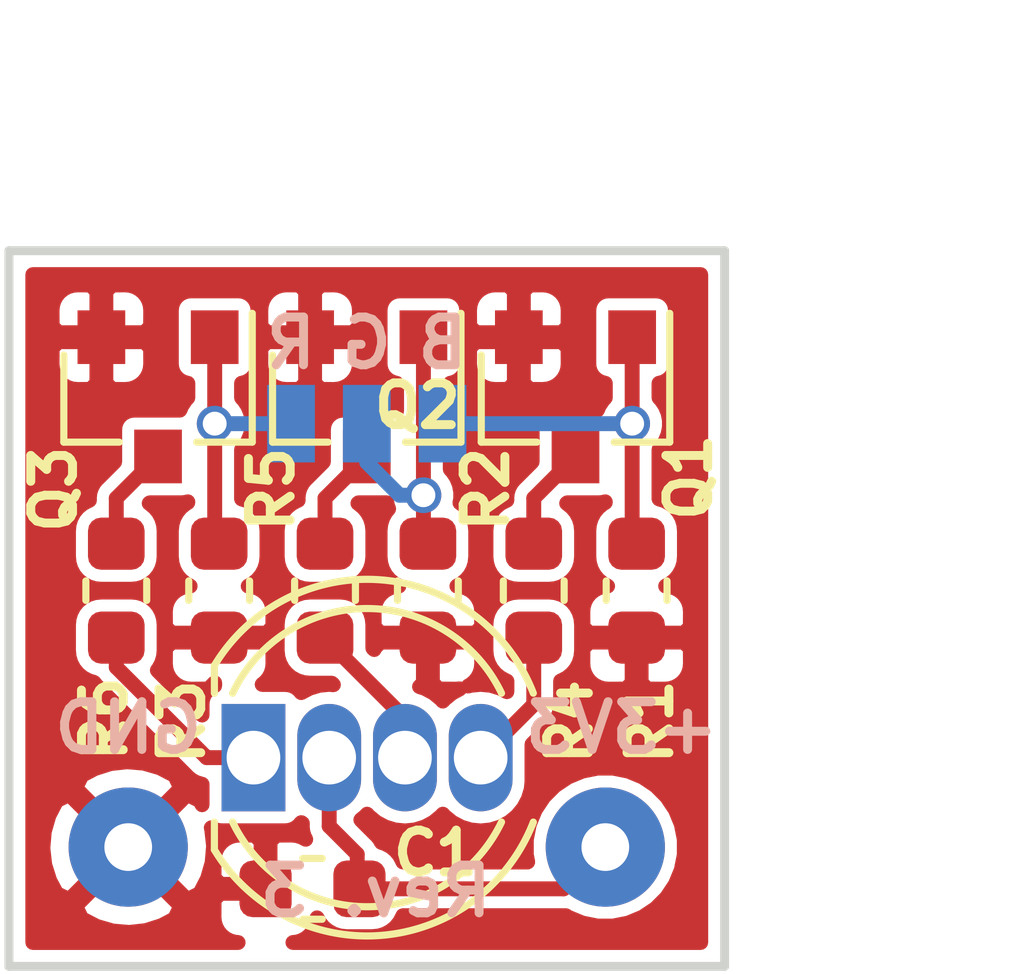
<source format=kicad_pcb>
(kicad_pcb (version 20171130) (host pcbnew "(5.1.5)-3")

  (general
    (thickness 1.6)
    (drawings 12)
    (tracks 37)
    (zones 0)
    (modules 16)
    (nets 12)
  )

  (page A4)
  (layers
    (0 F.Cu signal)
    (31 B.Cu signal)
    (32 B.Adhes user hide)
    (33 F.Adhes user hide)
    (34 B.Paste user hide)
    (35 F.Paste user)
    (36 B.SilkS user)
    (37 F.SilkS user)
    (38 B.Mask user hide)
    (39 F.Mask user)
    (40 Dwgs.User user)
    (41 Cmts.User user)
    (42 Eco1.User user)
    (43 Eco2.User user)
    (44 Edge.Cuts user)
    (45 Margin user)
    (46 B.CrtYd user hide)
    (47 F.CrtYd user)
    (48 B.Fab user hide)
    (49 F.Fab user hide)
  )

  (setup
    (last_trace_width 0.25)
    (user_trace_width 0.2)
    (user_trace_width 0.4)
    (user_trace_width 0.8)
    (trace_clearance 0.2)
    (zone_clearance 0.508)
    (zone_45_only no)
    (trace_min 0.2)
    (via_size 0.6)
    (via_drill 0.4)
    (via_min_size 0.4)
    (via_min_drill 0.3)
    (uvia_size 0.3)
    (uvia_drill 0.1)
    (uvias_allowed no)
    (uvia_min_size 0.2)
    (uvia_min_drill 0.1)
    (edge_width 0.15)
    (segment_width 0.2)
    (pcb_text_width 0.3)
    (pcb_text_size 1.5 1.5)
    (mod_edge_width 0.15)
    (mod_text_size 0.8 0.8)
    (mod_text_width 0.15)
    (pad_size 1.5 3)
    (pad_drill 0)
    (pad_to_mask_clearance 0.15)
    (solder_mask_min_width 0.3)
    (aux_axis_origin 0 0)
    (visible_elements 7FFFFFFF)
    (pcbplotparams
      (layerselection 0x010f0_ffffffff)
      (usegerberextensions false)
      (usegerberattributes false)
      (usegerberadvancedattributes false)
      (creategerberjobfile false)
      (excludeedgelayer true)
      (linewidth 0.100000)
      (plotframeref false)
      (viasonmask false)
      (mode 1)
      (useauxorigin false)
      (hpglpennumber 1)
      (hpglpenspeed 20)
      (hpglpendiameter 15.000000)
      (psnegative false)
      (psa4output false)
      (plotreference true)
      (plotvalue false)
      (plotinvisibletext false)
      (padsonsilk false)
      (subtractmaskfromsilk false)
      (outputformat 1)
      (mirror false)
      (drillshape 0)
      (scaleselection 1)
      (outputdirectory "gerber"))
  )

  (net 0 "")
  (net 1 +3V3)
  (net 2 GND)
  (net 3 /RED_D)
  (net 4 /GREEN_D)
  (net 5 /BLUE_D)
  (net 6 /RED)
  (net 7 /GREEN)
  (net 8 /BLUE)
  (net 9 /BLUE_K)
  (net 10 /GREEN_K)
  (net 11 /RED_K)

  (net_class Default "Dies ist die voreingestellte Netzklasse."
    (clearance 0.2)
    (trace_width 0.25)
    (via_dia 0.6)
    (via_drill 0.4)
    (uvia_dia 0.3)
    (uvia_drill 0.1)
    (add_net +3V3)
    (add_net /BLUE)
    (add_net /BLUE_D)
    (add_net /BLUE_K)
    (add_net /GREEN)
    (add_net /GREEN_D)
    (add_net /GREEN_K)
    (add_net /RED)
    (add_net /RED_D)
    (add_net /RED_K)
    (add_net GND)
  )

  (module Resistor_SMD:R_0603_1608Metric (layer F.Cu) (tedit 5B301BBD) (tstamp 5BE83F7A)
    (at 95.8 93.7 90)
    (descr "Resistor SMD 0603 (1608 Metric), square (rectangular) end terminal, IPC_7351 nominal, (Body size source: http://www.tortai-tech.com/upload/download/2011102023233369053.pdf), generated with kicad-footprint-generator")
    (tags resistor)
    (path /5915D248)
    (attr smd)
    (fp_text reference R6 (at -2.15 -0.2 90) (layer F.SilkS)
      (effects (font (size 0.7 0.7) (thickness 0.15)))
    )
    (fp_text value 82 (at 0 1.43 90) (layer F.Fab)
      (effects (font (size 1 1) (thickness 0.15)))
    )
    (fp_line (start -0.8 0.4) (end -0.8 -0.4) (layer F.Fab) (width 0.1))
    (fp_line (start -0.8 -0.4) (end 0.8 -0.4) (layer F.Fab) (width 0.1))
    (fp_line (start 0.8 -0.4) (end 0.8 0.4) (layer F.Fab) (width 0.1))
    (fp_line (start 0.8 0.4) (end -0.8 0.4) (layer F.Fab) (width 0.1))
    (fp_line (start -0.162779 -0.51) (end 0.162779 -0.51) (layer F.SilkS) (width 0.12))
    (fp_line (start -0.162779 0.51) (end 0.162779 0.51) (layer F.SilkS) (width 0.12))
    (fp_line (start -1.48 0.73) (end -1.48 -0.73) (layer F.CrtYd) (width 0.05))
    (fp_line (start -1.48 -0.73) (end 1.48 -0.73) (layer F.CrtYd) (width 0.05))
    (fp_line (start 1.48 -0.73) (end 1.48 0.73) (layer F.CrtYd) (width 0.05))
    (fp_line (start 1.48 0.73) (end -1.48 0.73) (layer F.CrtYd) (width 0.05))
    (fp_text user %R (at 0 0 90) (layer F.Fab)
      (effects (font (size 0.7 0.7) (thickness 0.06)))
    )
    (pad 1 smd roundrect (at -0.7875 0 90) (size 0.875 0.95) (layers F.Cu F.Paste F.Mask) (roundrect_rratio 0.25)
      (net 11 /RED_K))
    (pad 2 smd roundrect (at 0.7875 0 90) (size 0.875 0.95) (layers F.Cu F.Paste F.Mask) (roundrect_rratio 0.25)
      (net 3 /RED_D))
    (model ${KISYS3DMOD}/Resistor_SMD.3dshapes/R_0603_1608Metric.wrl
      (at (xyz 0 0 0))
      (scale (xyz 1 1 1))
      (rotate (xyz 0 0 0))
    )
  )

  (module Resistor_SMD:R_0603_1608Metric (layer F.Cu) (tedit 5B301BBD) (tstamp 5BE83A3C)
    (at 99.3 93.7 90)
    (descr "Resistor SMD 0603 (1608 Metric), square (rectangular) end terminal, IPC_7351 nominal, (Body size source: http://www.tortai-tech.com/upload/download/2011102023233369053.pdf), generated with kicad-footprint-generator")
    (tags resistor)
    (path /5915D3CE)
    (attr smd)
    (fp_text reference R5 (at 1.7 -0.9 90) (layer F.SilkS)
      (effects (font (size 0.7 0.7) (thickness 0.15)))
    )
    (fp_text value 56 (at 0 1.43 90) (layer F.Fab)
      (effects (font (size 1 1) (thickness 0.15)))
    )
    (fp_line (start -0.8 0.4) (end -0.8 -0.4) (layer F.Fab) (width 0.1))
    (fp_line (start -0.8 -0.4) (end 0.8 -0.4) (layer F.Fab) (width 0.1))
    (fp_line (start 0.8 -0.4) (end 0.8 0.4) (layer F.Fab) (width 0.1))
    (fp_line (start 0.8 0.4) (end -0.8 0.4) (layer F.Fab) (width 0.1))
    (fp_line (start -0.162779 -0.51) (end 0.162779 -0.51) (layer F.SilkS) (width 0.12))
    (fp_line (start -0.162779 0.51) (end 0.162779 0.51) (layer F.SilkS) (width 0.12))
    (fp_line (start -1.48 0.73) (end -1.48 -0.73) (layer F.CrtYd) (width 0.05))
    (fp_line (start -1.48 -0.73) (end 1.48 -0.73) (layer F.CrtYd) (width 0.05))
    (fp_line (start 1.48 -0.73) (end 1.48 0.73) (layer F.CrtYd) (width 0.05))
    (fp_line (start 1.48 0.73) (end -1.48 0.73) (layer F.CrtYd) (width 0.05))
    (fp_text user %R (at 0 0 90) (layer F.Fab)
      (effects (font (size 0.7 0.7) (thickness 0.06)))
    )
    (pad 1 smd roundrect (at -0.7875 0 90) (size 0.875 0.95) (layers F.Cu F.Paste F.Mask) (roundrect_rratio 0.25)
      (net 10 /GREEN_K))
    (pad 2 smd roundrect (at 0.7875 0 90) (size 0.875 0.95) (layers F.Cu F.Paste F.Mask) (roundrect_rratio 0.25)
      (net 4 /GREEN_D))
    (model ${KISYS3DMOD}/Resistor_SMD.3dshapes/R_0603_1608Metric.wrl
      (at (xyz 0 0 0))
      (scale (xyz 1 1 1))
      (rotate (xyz 0 0 0))
    )
  )

  (module Resistor_SMD:R_0603_1608Metric (layer F.Cu) (tedit 5B301BBD) (tstamp 5915DA48)
    (at 102.8 93.7 90)
    (descr "Resistor SMD 0603 (1608 Metric), square (rectangular) end terminal, IPC_7351 nominal, (Body size source: http://www.tortai-tech.com/upload/download/2011102023233369053.pdf), generated with kicad-footprint-generator")
    (tags resistor)
    (path /5915D3ED)
    (attr smd)
    (fp_text reference R4 (at -2.2 0.6 90) (layer F.SilkS)
      (effects (font (size 0.7 0.7) (thickness 0.15)))
    )
    (fp_text value 27 (at 0 1.43 90) (layer F.Fab)
      (effects (font (size 1 1) (thickness 0.15)))
    )
    (fp_line (start -0.8 0.4) (end -0.8 -0.4) (layer F.Fab) (width 0.1))
    (fp_line (start -0.8 -0.4) (end 0.8 -0.4) (layer F.Fab) (width 0.1))
    (fp_line (start 0.8 -0.4) (end 0.8 0.4) (layer F.Fab) (width 0.1))
    (fp_line (start 0.8 0.4) (end -0.8 0.4) (layer F.Fab) (width 0.1))
    (fp_line (start -0.162779 -0.51) (end 0.162779 -0.51) (layer F.SilkS) (width 0.12))
    (fp_line (start -0.162779 0.51) (end 0.162779 0.51) (layer F.SilkS) (width 0.12))
    (fp_line (start -1.48 0.73) (end -1.48 -0.73) (layer F.CrtYd) (width 0.05))
    (fp_line (start -1.48 -0.73) (end 1.48 -0.73) (layer F.CrtYd) (width 0.05))
    (fp_line (start 1.48 -0.73) (end 1.48 0.73) (layer F.CrtYd) (width 0.05))
    (fp_line (start 1.48 0.73) (end -1.48 0.73) (layer F.CrtYd) (width 0.05))
    (fp_text user %R (at 0 0 90) (layer F.Fab)
      (effects (font (size 0.7 0.7) (thickness 0.06)))
    )
    (pad 1 smd roundrect (at -0.7875 0 90) (size 0.875 0.95) (layers F.Cu F.Paste F.Mask) (roundrect_rratio 0.25)
      (net 9 /BLUE_K))
    (pad 2 smd roundrect (at 0.7875 0 90) (size 0.875 0.95) (layers F.Cu F.Paste F.Mask) (roundrect_rratio 0.25)
      (net 5 /BLUE_D))
    (model ${KISYS3DMOD}/Resistor_SMD.3dshapes/R_0603_1608Metric.wrl
      (at (xyz 0 0 0))
      (scale (xyz 1 1 1))
      (rotate (xyz 0 0 0))
    )
  )

  (module Resistor_SMD:R_0603_1608Metric (layer F.Cu) (tedit 5B301BBD) (tstamp 5915DA37)
    (at 97.525 93.7 270)
    (descr "Resistor SMD 0603 (1608 Metric), square (rectangular) end terminal, IPC_7351 nominal, (Body size source: http://www.tortai-tech.com/upload/download/2011102023233369053.pdf), generated with kicad-footprint-generator")
    (tags resistor)
    (path /5915DD0F)
    (attr smd)
    (fp_text reference R3 (at 2.2 0.625 90) (layer F.SilkS)
      (effects (font (size 0.7 0.7) (thickness 0.15)))
    )
    (fp_text value 10k (at 0 1.43 90) (layer F.Fab)
      (effects (font (size 1 1) (thickness 0.15)))
    )
    (fp_line (start -0.8 0.4) (end -0.8 -0.4) (layer F.Fab) (width 0.1))
    (fp_line (start -0.8 -0.4) (end 0.8 -0.4) (layer F.Fab) (width 0.1))
    (fp_line (start 0.8 -0.4) (end 0.8 0.4) (layer F.Fab) (width 0.1))
    (fp_line (start 0.8 0.4) (end -0.8 0.4) (layer F.Fab) (width 0.1))
    (fp_line (start -0.162779 -0.51) (end 0.162779 -0.51) (layer F.SilkS) (width 0.12))
    (fp_line (start -0.162779 0.51) (end 0.162779 0.51) (layer F.SilkS) (width 0.12))
    (fp_line (start -1.48 0.73) (end -1.48 -0.73) (layer F.CrtYd) (width 0.05))
    (fp_line (start -1.48 -0.73) (end 1.48 -0.73) (layer F.CrtYd) (width 0.05))
    (fp_line (start 1.48 -0.73) (end 1.48 0.73) (layer F.CrtYd) (width 0.05))
    (fp_line (start 1.48 0.73) (end -1.48 0.73) (layer F.CrtYd) (width 0.05))
    (fp_text user %R (at 0 0 90) (layer F.Fab)
      (effects (font (size 0.7 0.7) (thickness 0.06)))
    )
    (pad 1 smd roundrect (at -0.7875 0 270) (size 0.875 0.95) (layers F.Cu F.Paste F.Mask) (roundrect_rratio 0.25)
      (net 6 /RED))
    (pad 2 smd roundrect (at 0.7875 0 270) (size 0.875 0.95) (layers F.Cu F.Paste F.Mask) (roundrect_rratio 0.25)
      (net 2 GND))
    (model ${KISYS3DMOD}/Resistor_SMD.3dshapes/R_0603_1608Metric.wrl
      (at (xyz 0 0 0))
      (scale (xyz 1 1 1))
      (rotate (xyz 0 0 0))
    )
  )

  (module Resistor_SMD:R_0603_1608Metric (layer F.Cu) (tedit 5B301BBD) (tstamp 5915DA26)
    (at 101.025 93.7 270)
    (descr "Resistor SMD 0603 (1608 Metric), square (rectangular) end terminal, IPC_7351 nominal, (Body size source: http://www.tortai-tech.com/upload/download/2011102023233369053.pdf), generated with kicad-footprint-generator")
    (tags resistor)
    (path /5915DE5F)
    (attr smd)
    (fp_text reference R2 (at -1.7 -0.975 90) (layer F.SilkS)
      (effects (font (size 0.7 0.7) (thickness 0.15)))
    )
    (fp_text value 10k (at 0 1.43 90) (layer F.Fab)
      (effects (font (size 1 1) (thickness 0.15)))
    )
    (fp_line (start -0.8 0.4) (end -0.8 -0.4) (layer F.Fab) (width 0.1))
    (fp_line (start -0.8 -0.4) (end 0.8 -0.4) (layer F.Fab) (width 0.1))
    (fp_line (start 0.8 -0.4) (end 0.8 0.4) (layer F.Fab) (width 0.1))
    (fp_line (start 0.8 0.4) (end -0.8 0.4) (layer F.Fab) (width 0.1))
    (fp_line (start -0.162779 -0.51) (end 0.162779 -0.51) (layer F.SilkS) (width 0.12))
    (fp_line (start -0.162779 0.51) (end 0.162779 0.51) (layer F.SilkS) (width 0.12))
    (fp_line (start -1.48 0.73) (end -1.48 -0.73) (layer F.CrtYd) (width 0.05))
    (fp_line (start -1.48 -0.73) (end 1.48 -0.73) (layer F.CrtYd) (width 0.05))
    (fp_line (start 1.48 -0.73) (end 1.48 0.73) (layer F.CrtYd) (width 0.05))
    (fp_line (start 1.48 0.73) (end -1.48 0.73) (layer F.CrtYd) (width 0.05))
    (fp_text user %R (at 0 0 90) (layer F.Fab)
      (effects (font (size 0.7 0.7) (thickness 0.06)))
    )
    (pad 1 smd roundrect (at -0.7875 0 270) (size 0.875 0.95) (layers F.Cu F.Paste F.Mask) (roundrect_rratio 0.25)
      (net 7 /GREEN))
    (pad 2 smd roundrect (at 0.7875 0 270) (size 0.875 0.95) (layers F.Cu F.Paste F.Mask) (roundrect_rratio 0.25)
      (net 2 GND))
    (model ${KISYS3DMOD}/Resistor_SMD.3dshapes/R_0603_1608Metric.wrl
      (at (xyz 0 0 0))
      (scale (xyz 1 1 1))
      (rotate (xyz 0 0 0))
    )
  )

  (module Resistor_SMD:R_0603_1608Metric (layer F.Cu) (tedit 5B301BBD) (tstamp 5915DA15)
    (at 104.525 93.7 270)
    (descr "Resistor SMD 0603 (1608 Metric), square (rectangular) end terminal, IPC_7351 nominal, (Body size source: http://www.tortai-tech.com/upload/download/2011102023233369053.pdf), generated with kicad-footprint-generator")
    (tags resistor)
    (path /5915DECC)
    (attr smd)
    (fp_text reference R1 (at 2.2 -0.225 90) (layer F.SilkS)
      (effects (font (size 0.7 0.7) (thickness 0.15)))
    )
    (fp_text value 10k (at 0 1.43 90) (layer F.Fab)
      (effects (font (size 1 1) (thickness 0.15)))
    )
    (fp_line (start -0.8 0.4) (end -0.8 -0.4) (layer F.Fab) (width 0.1))
    (fp_line (start -0.8 -0.4) (end 0.8 -0.4) (layer F.Fab) (width 0.1))
    (fp_line (start 0.8 -0.4) (end 0.8 0.4) (layer F.Fab) (width 0.1))
    (fp_line (start 0.8 0.4) (end -0.8 0.4) (layer F.Fab) (width 0.1))
    (fp_line (start -0.162779 -0.51) (end 0.162779 -0.51) (layer F.SilkS) (width 0.12))
    (fp_line (start -0.162779 0.51) (end 0.162779 0.51) (layer F.SilkS) (width 0.12))
    (fp_line (start -1.48 0.73) (end -1.48 -0.73) (layer F.CrtYd) (width 0.05))
    (fp_line (start -1.48 -0.73) (end 1.48 -0.73) (layer F.CrtYd) (width 0.05))
    (fp_line (start 1.48 -0.73) (end 1.48 0.73) (layer F.CrtYd) (width 0.05))
    (fp_line (start 1.48 0.73) (end -1.48 0.73) (layer F.CrtYd) (width 0.05))
    (fp_text user %R (at 0 0 90) (layer F.Fab)
      (effects (font (size 0.7 0.7) (thickness 0.06)))
    )
    (pad 1 smd roundrect (at -0.7875 0 270) (size 0.875 0.95) (layers F.Cu F.Paste F.Mask) (roundrect_rratio 0.25)
      (net 8 /BLUE))
    (pad 2 smd roundrect (at 0.7875 0 270) (size 0.875 0.95) (layers F.Cu F.Paste F.Mask) (roundrect_rratio 0.25)
      (net 2 GND))
    (model ${KISYS3DMOD}/Resistor_SMD.3dshapes/R_0603_1608Metric.wrl
      (at (xyz 0 0 0))
      (scale (xyz 1 1 1))
      (rotate (xyz 0 0 0))
    )
  )

  (module Package_TO_SOT_SMD:SOT-23 (layer F.Cu) (tedit 5A02FF57) (tstamp 5915DA04)
    (at 96.5 90.45 270)
    (descr "SOT-23, Standard")
    (tags SOT-23)
    (path /59160514)
    (attr smd)
    (fp_text reference Q3 (at 1.55 1.75 90) (layer F.SilkS)
      (effects (font (size 0.7 0.7) (thickness 0.15)))
    )
    (fp_text value Q_NMOS_GSD (at 0 2.5 90) (layer F.Fab)
      (effects (font (size 1 1) (thickness 0.15)))
    )
    (fp_line (start 0.76 1.58) (end -0.7 1.58) (layer F.SilkS) (width 0.12))
    (fp_line (start 0.76 -1.58) (end -1.4 -1.58) (layer F.SilkS) (width 0.12))
    (fp_line (start -1.7 1.75) (end -1.7 -1.75) (layer F.CrtYd) (width 0.05))
    (fp_line (start 1.7 1.75) (end -1.7 1.75) (layer F.CrtYd) (width 0.05))
    (fp_line (start 1.7 -1.75) (end 1.7 1.75) (layer F.CrtYd) (width 0.05))
    (fp_line (start -1.7 -1.75) (end 1.7 -1.75) (layer F.CrtYd) (width 0.05))
    (fp_line (start 0.76 -1.58) (end 0.76 -0.65) (layer F.SilkS) (width 0.12))
    (fp_line (start 0.76 1.58) (end 0.76 0.65) (layer F.SilkS) (width 0.12))
    (fp_line (start -0.7 1.52) (end 0.7 1.52) (layer F.Fab) (width 0.1))
    (fp_line (start 0.7 -1.52) (end 0.7 1.52) (layer F.Fab) (width 0.1))
    (fp_line (start -0.7 -0.95) (end -0.15 -1.52) (layer F.Fab) (width 0.1))
    (fp_line (start -0.15 -1.52) (end 0.7 -1.52) (layer F.Fab) (width 0.1))
    (fp_line (start -0.7 -0.95) (end -0.7 1.5) (layer F.Fab) (width 0.1))
    (fp_text user %R (at 0 0) (layer F.Fab)
      (effects (font (size 0.7 0.7) (thickness 0.075)))
    )
    (pad 3 smd rect (at 1 0 270) (size 0.9 0.8) (layers F.Cu F.Paste F.Mask)
      (net 3 /RED_D))
    (pad 2 smd rect (at -1 0.95 270) (size 0.9 0.8) (layers F.Cu F.Paste F.Mask)
      (net 2 GND))
    (pad 1 smd rect (at -1 -0.95 270) (size 0.9 0.8) (layers F.Cu F.Paste F.Mask)
      (net 6 /RED))
    (model ${KISYS3DMOD}/Package_TO_SOT_SMD.3dshapes/SOT-23.wrl
      (at (xyz 0 0 0))
      (scale (xyz 1 1 1))
      (rotate (xyz 0 0 0))
    )
  )

  (module Package_TO_SOT_SMD:SOT-23 (layer F.Cu) (tedit 5A02FF57) (tstamp 5915D9EF)
    (at 100 90.45 270)
    (descr "SOT-23, Standard")
    (tags SOT-23)
    (path /591604CA)
    (attr smd)
    (fp_text reference Q2 (at 0.15 -0.85 180) (layer F.SilkS)
      (effects (font (size 0.7 0.7) (thickness 0.15)))
    )
    (fp_text value Q_NMOS_GSD (at 0 2.5 90) (layer F.Fab)
      (effects (font (size 1 1) (thickness 0.15)))
    )
    (fp_line (start 0.76 1.58) (end -0.7 1.58) (layer F.SilkS) (width 0.12))
    (fp_line (start 0.76 -1.58) (end -1.4 -1.58) (layer F.SilkS) (width 0.12))
    (fp_line (start -1.7 1.75) (end -1.7 -1.75) (layer F.CrtYd) (width 0.05))
    (fp_line (start 1.7 1.75) (end -1.7 1.75) (layer F.CrtYd) (width 0.05))
    (fp_line (start 1.7 -1.75) (end 1.7 1.75) (layer F.CrtYd) (width 0.05))
    (fp_line (start -1.7 -1.75) (end 1.7 -1.75) (layer F.CrtYd) (width 0.05))
    (fp_line (start 0.76 -1.58) (end 0.76 -0.65) (layer F.SilkS) (width 0.12))
    (fp_line (start 0.76 1.58) (end 0.76 0.65) (layer F.SilkS) (width 0.12))
    (fp_line (start -0.7 1.52) (end 0.7 1.52) (layer F.Fab) (width 0.1))
    (fp_line (start 0.7 -1.52) (end 0.7 1.52) (layer F.Fab) (width 0.1))
    (fp_line (start -0.7 -0.95) (end -0.15 -1.52) (layer F.Fab) (width 0.1))
    (fp_line (start -0.15 -1.52) (end 0.7 -1.52) (layer F.Fab) (width 0.1))
    (fp_line (start -0.7 -0.95) (end -0.7 1.5) (layer F.Fab) (width 0.1))
    (fp_text user %R (at 0 0) (layer F.Fab)
      (effects (font (size 0.7 0.7) (thickness 0.075)))
    )
    (pad 3 smd rect (at 1 0 270) (size 0.9 0.8) (layers F.Cu F.Paste F.Mask)
      (net 4 /GREEN_D))
    (pad 2 smd rect (at -1 0.95 270) (size 0.9 0.8) (layers F.Cu F.Paste F.Mask)
      (net 2 GND))
    (pad 1 smd rect (at -1 -0.95 270) (size 0.9 0.8) (layers F.Cu F.Paste F.Mask)
      (net 7 /GREEN))
    (model ${KISYS3DMOD}/Package_TO_SOT_SMD.3dshapes/SOT-23.wrl
      (at (xyz 0 0 0))
      (scale (xyz 1 1 1))
      (rotate (xyz 0 0 0))
    )
  )

  (module Package_TO_SOT_SMD:SOT-23 (layer F.Cu) (tedit 5A02FF57) (tstamp 5915D9DA)
    (at 103.5 90.45 270)
    (descr "SOT-23, Standard")
    (tags SOT-23)
    (path /5915D461)
    (attr smd)
    (fp_text reference Q1 (at 1.35 -1.9 90) (layer F.SilkS)
      (effects (font (size 0.7 0.7) (thickness 0.15)))
    )
    (fp_text value Q_NMOS_GSD (at 0 2.5 90) (layer F.Fab)
      (effects (font (size 1 1) (thickness 0.15)))
    )
    (fp_line (start 0.76 1.58) (end -0.7 1.58) (layer F.SilkS) (width 0.12))
    (fp_line (start 0.76 -1.58) (end -1.4 -1.58) (layer F.SilkS) (width 0.12))
    (fp_line (start -1.7 1.75) (end -1.7 -1.75) (layer F.CrtYd) (width 0.05))
    (fp_line (start 1.7 1.75) (end -1.7 1.75) (layer F.CrtYd) (width 0.05))
    (fp_line (start 1.7 -1.75) (end 1.7 1.75) (layer F.CrtYd) (width 0.05))
    (fp_line (start -1.7 -1.75) (end 1.7 -1.75) (layer F.CrtYd) (width 0.05))
    (fp_line (start 0.76 -1.58) (end 0.76 -0.65) (layer F.SilkS) (width 0.12))
    (fp_line (start 0.76 1.58) (end 0.76 0.65) (layer F.SilkS) (width 0.12))
    (fp_line (start -0.7 1.52) (end 0.7 1.52) (layer F.Fab) (width 0.1))
    (fp_line (start 0.7 -1.52) (end 0.7 1.52) (layer F.Fab) (width 0.1))
    (fp_line (start -0.7 -0.95) (end -0.15 -1.52) (layer F.Fab) (width 0.1))
    (fp_line (start -0.15 -1.52) (end 0.7 -1.52) (layer F.Fab) (width 0.1))
    (fp_line (start -0.7 -0.95) (end -0.7 1.5) (layer F.Fab) (width 0.1))
    (fp_text user %R (at 0 0) (layer F.Fab)
      (effects (font (size 0.7 0.7) (thickness 0.075)))
    )
    (pad 3 smd rect (at 1 0 270) (size 0.9 0.8) (layers F.Cu F.Paste F.Mask)
      (net 5 /BLUE_D))
    (pad 2 smd rect (at -1 0.95 270) (size 0.9 0.8) (layers F.Cu F.Paste F.Mask)
      (net 2 GND))
    (pad 1 smd rect (at -1 -0.95 270) (size 0.9 0.8) (layers F.Cu F.Paste F.Mask)
      (net 8 /BLUE))
    (model ${KISYS3DMOD}/Package_TO_SOT_SMD.3dshapes/SOT-23.wrl
      (at (xyz 0 0 0))
      (scale (xyz 1 1 1))
      (rotate (xyz 0 0 0))
    )
  )

  (module LED_THT:LED_D5.0mm-4_RGB (layer F.Cu) (tedit 5B74EEBE) (tstamp 5E12AAAB)
    (at 98.1 96.5)
    (descr "LED, diameter 5.0mm, 2 pins, diameter 5.0mm, 3 pins, diameter 5.0mm, 4 pins, http://www.kingbright.com/attachments/file/psearch/000/00/00/L-154A4SUREQBFZGEW(Ver.9A).pdf")
    (tags "LED diameter 5.0mm 2 pins diameter 5.0mm 3 pins diameter 5.0mm 4 pins RGB RGBLED")
    (path /5BE8028A)
    (fp_text reference LD1 (at 1.905 4.45) (layer F.SilkS) hide
      (effects (font (size 0.7 0.7) (thickness 0.15)))
    )
    (fp_text value LED_RAGB (at 1.905 3.96) (layer F.Fab)
      (effects (font (size 1 1) (thickness 0.15)))
    )
    (fp_text user %R (at 1.905 -3.96) (layer F.Fab)
      (effects (font (size 0.7 0.7) (thickness 0.15)))
    )
    (fp_line (start 5.15 -3.25) (end -1.35 -3.25) (layer F.CrtYd) (width 0.05))
    (fp_line (start 5.15 3.25) (end 5.15 -3.25) (layer F.CrtYd) (width 0.05))
    (fp_line (start -1.35 3.25) (end 5.15 3.25) (layer F.CrtYd) (width 0.05))
    (fp_line (start -1.35 -3.25) (end -1.35 3.25) (layer F.CrtYd) (width 0.05))
    (fp_line (start -0.655 1.08) (end -0.655 1.545) (layer F.SilkS) (width 0.12))
    (fp_line (start -0.655 -1.545) (end -0.655 -1.08) (layer F.SilkS) (width 0.12))
    (fp_line (start -0.595 -1.469694) (end -0.595 1.469694) (layer F.Fab) (width 0.1))
    (fp_circle (center 1.905 0) (end 4.405 0) (layer F.Fab) (width 0.1))
    (fp_arc (start 1.905 0) (end -0.349684 1.08) (angle -128.8) (layer F.SilkS) (width 0.12))
    (fp_arc (start 1.905 0) (end -0.349684 -1.08) (angle 128.8) (layer F.SilkS) (width 0.12))
    (fp_arc (start 1.905 0) (end -0.655 1.54483) (angle -127.7) (layer F.SilkS) (width 0.12))
    (fp_arc (start 1.905 0) (end -0.655 -1.54483) (angle 127.7) (layer F.SilkS) (width 0.12))
    (fp_arc (start 1.905 0) (end -0.595 -1.469694) (angle 299.1) (layer F.Fab) (width 0.1))
    (pad 4 thru_hole oval (at 3.81 0) (size 1.07 1.8) (drill 0.9) (layers *.Cu *.Mask)
      (net 9 /BLUE_K))
    (pad 3 thru_hole oval (at 2.54 0) (size 1.07 1.8) (drill 0.9) (layers *.Cu *.Mask)
      (net 10 /GREEN_K))
    (pad 2 thru_hole oval (at 1.27 0) (size 1.07 1.8) (drill 0.9) (layers *.Cu *.Mask)
      (net 1 +3V3))
    (pad 1 thru_hole rect (at 0 0) (size 1.07 1.8) (drill 0.9) (layers *.Cu *.Mask)
      (net 11 /RED_K))
    (model ${KISYS3DMOD}/LED_THT.3dshapes/LED_D5.0mm-4_RGB.wrl
      (at (xyz 0 0 0))
      (scale (xyz 1 1 1))
      (rotate (xyz 0 0 0))
    )
  )

  (module Connector_Wire:SolderWirePad_1x01_Drill0.8mm (layer F.Cu) (tedit 5A2676A0) (tstamp 5915E18E)
    (at 96 98)
    (descr "Wire solder connection")
    (tags connector)
    (path /59161AE5)
    (attr virtual)
    (fp_text reference J5 (at 0 -2.54) (layer F.SilkS) hide
      (effects (font (size 0.7 0.7) (thickness 0.15)))
    )
    (fp_text value CONN_01X01 (at 0 2.54) (layer F.Fab)
      (effects (font (size 1 1) (thickness 0.15)))
    )
    (fp_line (start 1.5 1.5) (end -1.5 1.5) (layer F.CrtYd) (width 0.05))
    (fp_line (start 1.5 1.5) (end 1.5 -1.5) (layer F.CrtYd) (width 0.05))
    (fp_line (start -1.5 -1.5) (end -1.5 1.5) (layer F.CrtYd) (width 0.05))
    (fp_line (start -1.5 -1.5) (end 1.5 -1.5) (layer F.CrtYd) (width 0.05))
    (fp_text user %R (at 0 0) (layer F.Fab)
      (effects (font (size 0.7 0.7) (thickness 0.15)))
    )
    (pad 1 thru_hole circle (at 0 0) (size 1.99898 1.99898) (drill 0.8001) (layers *.Cu *.Mask)
      (net 2 GND))
  )

  (module Connector_Wire:SolderWirePad_1x01_Drill0.8mm (layer F.Cu) (tedit 5A2676A0) (tstamp 5915E18A)
    (at 104 98)
    (descr "Wire solder connection")
    (tags connector)
    (path /59161A87)
    (attr virtual)
    (fp_text reference J4 (at 0 -2.54) (layer F.SilkS) hide
      (effects (font (size 0.7 0.7) (thickness 0.15)))
    )
    (fp_text value CONN_01X01 (at 0 2.54) (layer F.Fab)
      (effects (font (size 1 1) (thickness 0.15)))
    )
    (fp_line (start 1.5 1.5) (end -1.5 1.5) (layer F.CrtYd) (width 0.05))
    (fp_line (start 1.5 1.5) (end 1.5 -1.5) (layer F.CrtYd) (width 0.05))
    (fp_line (start -1.5 -1.5) (end -1.5 1.5) (layer F.CrtYd) (width 0.05))
    (fp_line (start -1.5 -1.5) (end 1.5 -1.5) (layer F.CrtYd) (width 0.05))
    (fp_text user %R (at 0 0) (layer F.Fab)
      (effects (font (size 0.7 0.7) (thickness 0.15)))
    )
    (pad 1 thru_hole circle (at 0 0) (size 1.99898 1.99898) (drill 0.8001) (layers *.Cu *.Mask)
      (net 1 +3V3))
  )

  (module led:SolderWirePad_1x01_SMD_0.8x1.3mm (layer B.Cu) (tedit 5E08A2AB) (tstamp 5BE83734)
    (at 98.73 90.9)
    (descr "Wire Pad, Square, SMD Pad,  5mm x 10mm,")
    (tags "MesurementPoint Square SMDPad 5mmx10mm ")
    (path /5915E192)
    (fp_text reference J3 (at 0 1.5) (layer B.SilkS) hide
      (effects (font (size 0.7 0.7) (thickness 0.15)) (justify mirror))
    )
    (fp_text value CONN_01X01 (at 0 -1.6) (layer B.Fab)
      (effects (font (size 1 1) (thickness 0.15)) (justify mirror))
    )
    (fp_line (start -0.6 -0.85) (end 0.6 -0.85) (layer B.CrtYd) (width 0.05))
    (fp_line (start -0.6 0.85) (end 0.6 0.85) (layer B.CrtYd) (width 0.05))
    (fp_line (start -0.6 0.85) (end -0.6 -0.85) (layer B.CrtYd) (width 0.05))
    (fp_line (start 0.6 -0.85) (end 0.6 0.85) (layer B.CrtYd) (width 0.05))
    (fp_text user %R (at 0 0) (layer B.Fab)
      (effects (font (size 0.7 0.7) (thickness 0.15)) (justify mirror))
    )
    (pad 1 smd rect (at 0 0) (size 0.8 1.3) (layers B.Cu B.Paste B.Mask)
      (net 6 /RED))
  )

  (module led:SolderWirePad_1x01_SMD_0.8x1.3mm (layer B.Cu) (tedit 5E08A2AB) (tstamp 5BE83702)
    (at 100 90.9)
    (descr "Wire Pad, Square, SMD Pad,  5mm x 10mm,")
    (tags "MesurementPoint Square SMDPad 5mmx10mm ")
    (path /5915E118)
    (fp_text reference J2 (at 0 1.5) (layer B.SilkS) hide
      (effects (font (size 0.7 0.7) (thickness 0.15)) (justify mirror))
    )
    (fp_text value CONN_01X01 (at 0 -1.6) (layer B.Fab)
      (effects (font (size 1 1) (thickness 0.15)) (justify mirror))
    )
    (fp_line (start -0.6 -0.85) (end 0.6 -0.85) (layer B.CrtYd) (width 0.05))
    (fp_line (start -0.6 0.85) (end 0.6 0.85) (layer B.CrtYd) (width 0.05))
    (fp_line (start -0.6 0.85) (end -0.6 -0.85) (layer B.CrtYd) (width 0.05))
    (fp_line (start 0.6 -0.85) (end 0.6 0.85) (layer B.CrtYd) (width 0.05))
    (fp_text user %R (at 0 0) (layer B.Fab)
      (effects (font (size 0.7 0.7) (thickness 0.15)) (justify mirror))
    )
    (pad 1 smd rect (at 0 0) (size 0.8 1.3) (layers B.Cu B.Paste B.Mask)
      (net 7 /GREEN))
  )

  (module led:SolderWirePad_1x01_SMD_0.8x1.3mm (layer B.Cu) (tedit 5E08A2AB) (tstamp 5E12A88B)
    (at 101.27 90.9)
    (descr "Wire Pad, Square, SMD Pad,  5mm x 10mm,")
    (tags "MesurementPoint Square SMDPad 5mmx10mm ")
    (path /5915E0AC)
    (fp_text reference J1 (at 0 1.5) (layer B.SilkS) hide
      (effects (font (size 0.7 0.7) (thickness 0.15)) (justify mirror))
    )
    (fp_text value CONN_01X01 (at 0 -1.6) (layer B.Fab)
      (effects (font (size 1 1) (thickness 0.15)) (justify mirror))
    )
    (fp_line (start -0.6 -0.85) (end 0.6 -0.85) (layer B.CrtYd) (width 0.05))
    (fp_line (start -0.6 0.85) (end 0.6 0.85) (layer B.CrtYd) (width 0.05))
    (fp_line (start -0.6 0.85) (end -0.6 -0.85) (layer B.CrtYd) (width 0.05))
    (fp_line (start 0.6 -0.85) (end 0.6 0.85) (layer B.CrtYd) (width 0.05))
    (fp_text user %R (at 0 0) (layer B.Fab)
      (effects (font (size 0.7 0.7) (thickness 0.15)) (justify mirror))
    )
    (pad 1 smd rect (at 0 0) (size 0.8 1.3) (layers B.Cu B.Paste B.Mask)
      (net 8 /BLUE))
  )

  (module Capacitor_SMD:C_0603_1608Metric (layer F.Cu) (tedit 5B301BBE) (tstamp 5BE831B3)
    (at 99.09 98.7 180)
    (descr "Capacitor SMD 0603 (1608 Metric), square (rectangular) end terminal, IPC_7351 nominal, (Body size source: http://www.tortai-tech.com/upload/download/2011102023233369053.pdf), generated with kicad-footprint-generator")
    (tags capacitor)
    (path /5916D807)
    (attr smd)
    (fp_text reference C1 (at -2.06 0.6) (layer F.SilkS)
      (effects (font (size 0.7 0.7) (thickness 0.15)))
    )
    (fp_text value 1u (at 0 1.43) (layer F.Fab)
      (effects (font (size 1 1) (thickness 0.15)))
    )
    (fp_text user %R (at 0 0) (layer F.Fab)
      (effects (font (size 0.7 0.7) (thickness 0.06)))
    )
    (fp_line (start 1.48 0.73) (end -1.48 0.73) (layer F.CrtYd) (width 0.05))
    (fp_line (start 1.48 -0.73) (end 1.48 0.73) (layer F.CrtYd) (width 0.05))
    (fp_line (start -1.48 -0.73) (end 1.48 -0.73) (layer F.CrtYd) (width 0.05))
    (fp_line (start -1.48 0.73) (end -1.48 -0.73) (layer F.CrtYd) (width 0.05))
    (fp_line (start -0.162779 0.51) (end 0.162779 0.51) (layer F.SilkS) (width 0.12))
    (fp_line (start -0.162779 -0.51) (end 0.162779 -0.51) (layer F.SilkS) (width 0.12))
    (fp_line (start 0.8 0.4) (end -0.8 0.4) (layer F.Fab) (width 0.1))
    (fp_line (start 0.8 -0.4) (end 0.8 0.4) (layer F.Fab) (width 0.1))
    (fp_line (start -0.8 -0.4) (end 0.8 -0.4) (layer F.Fab) (width 0.1))
    (fp_line (start -0.8 0.4) (end -0.8 -0.4) (layer F.Fab) (width 0.1))
    (pad 2 smd roundrect (at 0.7875 0 180) (size 0.875 0.95) (layers F.Cu F.Paste F.Mask) (roundrect_rratio 0.25)
      (net 2 GND))
    (pad 1 smd roundrect (at -0.7875 0 180) (size 0.875 0.95) (layers F.Cu F.Paste F.Mask) (roundrect_rratio 0.25)
      (net 1 +3V3))
    (model ${KISYS3DMOD}/Capacitor_SMD.3dshapes/C_0603_1608Metric.wrl
      (at (xyz 0 0 0))
      (scale (xyz 1 1 1))
      (rotate (xyz 0 0 0))
    )
  )

  (dimension 12 (width 0.3) (layer Dwgs.User)
    (gr_text "12,000 mm" (at 109.1 94 90) (layer Dwgs.User)
      (effects (font (size 1.5 1.5) (thickness 0.3)))
    )
    (feature1 (pts (xy 106 88) (xy 107.586421 88)))
    (feature2 (pts (xy 106 100) (xy 107.586421 100)))
    (crossbar (pts (xy 107 100) (xy 107 88)))
    (arrow1a (pts (xy 107 88) (xy 107.586421 89.126504)))
    (arrow1b (pts (xy 107 88) (xy 106.413579 89.126504)))
    (arrow2a (pts (xy 107 100) (xy 107.586421 98.873496)))
    (arrow2b (pts (xy 107 100) (xy 106.413579 98.873496)))
  )
  (dimension 12 (width 0.3) (layer Dwgs.User)
    (gr_text "12,000 mm" (at 100 84.9) (layer Dwgs.User)
      (effects (font (size 1.5 1.5) (thickness 0.3)))
    )
    (feature1 (pts (xy 106 88) (xy 106 86.413579)))
    (feature2 (pts (xy 94 88) (xy 94 86.413579)))
    (crossbar (pts (xy 94 87) (xy 106 87)))
    (arrow1a (pts (xy 106 87) (xy 104.873496 87.586421)))
    (arrow1b (pts (xy 106 87) (xy 104.873496 86.413579)))
    (arrow2a (pts (xy 94 87) (xy 95.126504 87.586421)))
    (arrow2b (pts (xy 94 87) (xy 95.126504 86.413579)))
  )
  (gr_text "Rev. 3" (at 100.15 98.74) (layer B.SilkS) (tstamp 5BE82141)
    (effects (font (size 0.8 0.8) (thickness 0.15)) (justify mirror))
  )
  (gr_text B (at 101.27 89.55) (layer B.SilkS) (tstamp 5915E648)
    (effects (font (size 0.8 0.8) (thickness 0.15)) (justify mirror))
  )
  (gr_text G (at 100 89.55) (layer B.SilkS) (tstamp 5915E647)
    (effects (font (size 0.8 0.8) (thickness 0.15)) (justify mirror))
  )
  (gr_text R (at 98.73 89.55) (layer B.SilkS) (tstamp 5915E644)
    (effects (font (size 0.8 0.8) (thickness 0.15)) (justify mirror))
  )
  (gr_text GND (at 96 96) (layer B.SilkS) (tstamp 5915E639)
    (effects (font (size 0.8 0.8) (thickness 0.15)) (justify mirror))
  )
  (gr_text +3V3 (at 104.275 96) (layer B.SilkS)
    (effects (font (size 0.8 0.8) (thickness 0.15)) (justify mirror))
  )
  (gr_line (start 106 88) (end 106 100) (layer Edge.Cuts) (width 0.15))
  (gr_line (start 94 88) (end 106 88) (layer Edge.Cuts) (width 0.15))
  (gr_line (start 94 100) (end 94 88) (layer Edge.Cuts) (width 0.15) (tstamp 5BE81A2B))
  (gr_line (start 94 100) (end 106 100) (layer Edge.Cuts) (width 0.15))

  (segment (start 99.375 96.505) (end 99.37 96.5) (width 0.25) (layer F.Cu) (net 1))
  (segment (start 103.3 98.7) (end 104 98) (width 0.25) (layer F.Cu) (net 1))
  (segment (start 99.84 98.7) (end 103.3 98.7) (width 0.25) (layer F.Cu) (net 1))
  (segment (start 99.84 98.12) (end 99.84 98.7) (width 0.25) (layer F.Cu) (net 1))
  (segment (start 99.37 96.5) (end 99.37 97.65) (width 0.25) (layer F.Cu) (net 1))
  (segment (start 99.37 97.65) (end 99.84 98.12) (width 0.25) (layer F.Cu) (net 1))
  (segment (start 95.8 92.15) (end 96.5 91.45) (width 0.25) (layer F.Cu) (net 3))
  (segment (start 95.8 92.9125) (end 95.8 92.15) (width 0.25) (layer F.Cu) (net 3))
  (segment (start 99.3 92.15) (end 100 91.45) (width 0.25) (layer F.Cu) (net 4))
  (segment (start 99.3 92.9125) (end 99.3 92.15) (width 0.25) (layer F.Cu) (net 4))
  (segment (start 102.8 92.15) (end 103.5 91.45) (width 0.25) (layer F.Cu) (net 5))
  (segment (start 102.8 92.9125) (end 102.8 92.15) (width 0.25) (layer F.Cu) (net 5))
  (segment (start 97.45 92.8375) (end 97.525 92.9125) (width 0.25) (layer F.Cu) (net 6))
  (segment (start 98.73 90.9) (end 97.45 90.9) (width 0.25) (layer B.Cu) (net 6))
  (segment (start 97.45 89.45) (end 97.45 90.9) (width 0.25) (layer F.Cu) (net 6))
  (via (at 97.45 90.9) (size 0.6) (drill 0.4) (layers F.Cu B.Cu) (net 6))
  (segment (start 97.45 90.9) (end 97.45 92.8375) (width 0.25) (layer F.Cu) (net 6))
  (segment (start 100.95 92.8375) (end 101.025 92.9125) (width 0.25) (layer F.Cu) (net 7))
  (via (at 100.95 92.1) (size 0.6) (drill 0.4) (layers F.Cu B.Cu) (net 7))
  (segment (start 100.95 89.45) (end 100.95 92.1) (width 0.25) (layer F.Cu) (net 7))
  (segment (start 100.95 92.1) (end 100.95 92.8375) (width 0.25) (layer F.Cu) (net 7))
  (segment (start 100.55 92.1) (end 100.95 92.1) (width 0.25) (layer B.Cu) (net 7))
  (segment (start 100 90.9) (end 100 91.55) (width 0.25) (layer B.Cu) (net 7))
  (segment (start 100 91.55) (end 100.55 92.1) (width 0.25) (layer B.Cu) (net 7))
  (segment (start 104.45 92.8375) (end 104.525 92.9125) (width 0.25) (layer F.Cu) (net 8))
  (via (at 104.45 90.9) (size 0.6) (drill 0.4) (layers F.Cu B.Cu) (net 8))
  (segment (start 101.27 90.9) (end 104.45 90.9) (width 0.25) (layer B.Cu) (net 8))
  (segment (start 104.45 89.45) (end 104.45 90.9) (width 0.25) (layer F.Cu) (net 8))
  (segment (start 104.45 90.9) (end 104.45 92.8375) (width 0.25) (layer F.Cu) (net 8))
  (segment (start 102.8 95.61) (end 101.91 96.5) (width 0.25) (layer F.Cu) (net 9))
  (segment (start 102.8 94.4875) (end 102.8 95.61) (width 0.25) (layer F.Cu) (net 9))
  (segment (start 99.3 94.5) (end 99.3 94.4875) (width 0.25) (layer F.Cu) (net 10))
  (segment (start 100.64 96.5) (end 100.64 95.84) (width 0.25) (layer F.Cu) (net 10))
  (segment (start 100.64 95.84) (end 99.3 94.5) (width 0.25) (layer F.Cu) (net 10))
  (segment (start 97.315 96.5) (end 98.1 96.5) (width 0.25) (layer F.Cu) (net 11))
  (segment (start 95.8 94.985) (end 97.315 96.5) (width 0.25) (layer F.Cu) (net 11))
  (segment (start 95.8 94.4875) (end 95.8 94.985) (width 0.25) (layer F.Cu) (net 11))

  (zone (net 2) (net_name GND) (layer F.Cu) (tstamp 5BE8400F) (hatch edge 0.508)
    (connect_pads (clearance 0.2))
    (min_thickness 0.25)
    (fill yes (arc_segments 16) (thermal_gap 0.3) (thermal_bridge_width 0.4))
    (polygon
      (pts
        (xy 94 88) (xy 106 88) (xy 106 100) (xy 94 100)
      )
    )
    (filled_polygon
      (pts
        (xy 105.600001 99.6) (xy 98.760874 99.6) (xy 98.823314 99.59385) (xy 98.903427 99.569548) (xy 98.97726 99.530084)
        (xy 99.041974 99.476974) (xy 99.095084 99.41226) (xy 99.134548 99.338427) (xy 99.15885 99.258314) (xy 99.166007 99.185646)
        (xy 99.205331 99.259215) (xy 99.273149 99.341851) (xy 99.355785 99.409669) (xy 99.450064 99.460062) (xy 99.552363 99.491094)
        (xy 99.65875 99.501572) (xy 100.09625 99.501572) (xy 100.202637 99.491094) (xy 100.304936 99.460062) (xy 100.399215 99.409669)
        (xy 100.481851 99.341851) (xy 100.549669 99.259215) (xy 100.600062 99.164936) (xy 100.604593 99.15) (xy 103.277906 99.15)
        (xy 103.3 99.152176) (xy 103.322094 99.15) (xy 103.322105 99.15) (xy 103.335154 99.148715) (xy 103.372619 99.173748)
        (xy 103.61366 99.273591) (xy 103.869549 99.32449) (xy 104.130451 99.32449) (xy 104.38634 99.273591) (xy 104.627381 99.173748)
        (xy 104.844313 99.028799) (xy 105.028799 98.844313) (xy 105.173748 98.627381) (xy 105.273591 98.38634) (xy 105.32449 98.130451)
        (xy 105.32449 97.869549) (xy 105.273591 97.61366) (xy 105.173748 97.372619) (xy 105.028799 97.155687) (xy 104.844313 96.971201)
        (xy 104.627381 96.826252) (xy 104.38634 96.726409) (xy 104.130451 96.67551) (xy 103.869549 96.67551) (xy 103.61366 96.726409)
        (xy 103.372619 96.826252) (xy 103.155687 96.971201) (xy 102.971201 97.155687) (xy 102.826252 97.372619) (xy 102.726409 97.61366)
        (xy 102.67551 97.869549) (xy 102.67551 98.130451) (xy 102.69929 98.25) (xy 100.604593 98.25) (xy 100.600062 98.235064)
        (xy 100.549669 98.140785) (xy 100.481851 98.058149) (xy 100.399215 97.990331) (xy 100.304936 97.939938) (xy 100.244148 97.921498)
        (xy 100.215971 97.868783) (xy 100.173828 97.817432) (xy 100.173824 97.817428) (xy 100.159737 97.800263) (xy 100.142573 97.786177)
        (xy 99.899434 97.543038) (xy 99.981054 97.476054) (xy 100.005 97.446875) (xy 100.028947 97.476054) (xy 100.159899 97.583524)
        (xy 100.309301 97.663381) (xy 100.471412 97.712556) (xy 100.64 97.729161) (xy 100.808589 97.712556) (xy 100.9707 97.663381)
        (xy 101.120102 97.583524) (xy 101.251054 97.476054) (xy 101.275 97.446875) (xy 101.298947 97.476054) (xy 101.429899 97.583524)
        (xy 101.579301 97.663381) (xy 101.741412 97.712556) (xy 101.91 97.729161) (xy 102.078589 97.712556) (xy 102.2407 97.663381)
        (xy 102.390102 97.583524) (xy 102.521054 97.476054) (xy 102.628524 97.345102) (xy 102.708381 97.1957) (xy 102.757556 97.033589)
        (xy 102.77 96.907246) (xy 102.77 96.276396) (xy 103.102572 95.943824) (xy 103.119737 95.929737) (xy 103.133824 95.912572)
        (xy 103.133828 95.912568) (xy 103.175971 95.861217) (xy 103.217757 95.783041) (xy 103.243489 95.698215) (xy 103.25 95.632105)
        (xy 103.25 95.632095) (xy 103.252176 95.610001) (xy 103.25 95.587906) (xy 103.25 95.214593) (xy 103.264936 95.210062)
        (xy 103.359215 95.159669) (xy 103.441851 95.091851) (xy 103.509669 95.009215) (xy 103.554682 94.925) (xy 103.622944 94.925)
        (xy 103.63115 95.008314) (xy 103.655452 95.088427) (xy 103.694916 95.16226) (xy 103.748026 95.226974) (xy 103.81274 95.280084)
        (xy 103.886573 95.319548) (xy 103.966686 95.34385) (xy 104.05 95.352056) (xy 104.34375 95.35) (xy 104.45 95.24375)
        (xy 104.45 94.5625) (xy 104.6 94.5625) (xy 104.6 95.24375) (xy 104.70625 95.35) (xy 105 95.352056)
        (xy 105.083314 95.34385) (xy 105.163427 95.319548) (xy 105.23726 95.280084) (xy 105.301974 95.226974) (xy 105.355084 95.16226)
        (xy 105.394548 95.088427) (xy 105.41885 95.008314) (xy 105.427056 94.925) (xy 105.425 94.66875) (xy 105.31875 94.5625)
        (xy 104.6 94.5625) (xy 104.45 94.5625) (xy 103.73125 94.5625) (xy 103.625 94.66875) (xy 103.622944 94.925)
        (xy 103.554682 94.925) (xy 103.560062 94.914936) (xy 103.591094 94.812637) (xy 103.601572 94.70625) (xy 103.601572 94.26875)
        (xy 103.591094 94.162363) (xy 103.560062 94.060064) (xy 103.509669 93.965785) (xy 103.441851 93.883149) (xy 103.359215 93.815331)
        (xy 103.264936 93.764938) (xy 103.162637 93.733906) (xy 103.05625 93.723428) (xy 102.54375 93.723428) (xy 102.437363 93.733906)
        (xy 102.335064 93.764938) (xy 102.240785 93.815331) (xy 102.158149 93.883149) (xy 102.090331 93.965785) (xy 102.039938 94.060064)
        (xy 102.008906 94.162363) (xy 101.998428 94.26875) (xy 101.998428 94.70625) (xy 102.008906 94.812637) (xy 102.039938 94.914936)
        (xy 102.090331 95.009215) (xy 102.158149 95.091851) (xy 102.240785 95.159669) (xy 102.335064 95.210062) (xy 102.350001 95.214593)
        (xy 102.350001 95.395042) (xy 102.240699 95.336619) (xy 102.078588 95.287444) (xy 101.91 95.270839) (xy 101.741411 95.287444)
        (xy 101.699974 95.300014) (xy 101.73726 95.280084) (xy 101.801974 95.226974) (xy 101.855084 95.16226) (xy 101.894548 95.088427)
        (xy 101.91885 95.008314) (xy 101.927056 94.925) (xy 101.925 94.66875) (xy 101.81875 94.5625) (xy 101.1 94.5625)
        (xy 101.1 95.24375) (xy 101.20625 95.35) (xy 101.5 95.352056) (xy 101.561809 95.345968) (xy 101.429898 95.416476)
        (xy 101.298946 95.523946) (xy 101.275 95.553124) (xy 101.251054 95.523946) (xy 101.120101 95.416476) (xy 100.970699 95.336619)
        (xy 100.883563 95.310187) (xy 100.95 95.24375) (xy 100.95 94.5625) (xy 100.23125 94.5625) (xy 100.125 94.66875)
        (xy 100.124842 94.688447) (xy 100.101572 94.665177) (xy 100.101572 94.26875) (xy 100.091094 94.162363) (xy 100.060062 94.060064)
        (xy 100.009669 93.965785) (xy 99.941851 93.883149) (xy 99.859215 93.815331) (xy 99.764936 93.764938) (xy 99.662637 93.733906)
        (xy 99.55625 93.723428) (xy 99.04375 93.723428) (xy 98.937363 93.733906) (xy 98.835064 93.764938) (xy 98.740785 93.815331)
        (xy 98.658149 93.883149) (xy 98.590331 93.965785) (xy 98.539938 94.060064) (xy 98.508906 94.162363) (xy 98.498428 94.26875)
        (xy 98.498428 94.70625) (xy 98.508906 94.812637) (xy 98.539938 94.914936) (xy 98.590331 95.009215) (xy 98.658149 95.091851)
        (xy 98.740785 95.159669) (xy 98.835064 95.210062) (xy 98.937363 95.241094) (xy 99.04375 95.251572) (xy 99.415177 95.251572)
        (xy 99.441484 95.27788) (xy 99.37 95.270839) (xy 99.201411 95.287444) (xy 99.0393 95.336619) (xy 98.90027 95.410932)
        (xy 98.865921 95.369079) (xy 98.816434 95.328465) (xy 98.759974 95.298287) (xy 98.698711 95.279703) (xy 98.635 95.273428)
        (xy 98.24537 95.273428) (xy 98.301974 95.226974) (xy 98.355084 95.16226) (xy 98.394548 95.088427) (xy 98.41885 95.008314)
        (xy 98.427056 94.925) (xy 98.425 94.66875) (xy 98.31875 94.5625) (xy 97.6 94.5625) (xy 97.6 94.5825)
        (xy 97.45 94.5825) (xy 97.45 94.5625) (xy 96.73125 94.5625) (xy 96.625 94.66875) (xy 96.622944 94.925)
        (xy 96.63115 95.008314) (xy 96.655452 95.088427) (xy 96.694916 95.16226) (xy 96.748026 95.226974) (xy 96.81274 95.280084)
        (xy 96.886573 95.319548) (xy 96.966686 95.34385) (xy 97.05 95.352056) (xy 97.34375 95.35) (xy 97.449998 95.243752)
        (xy 97.449998 95.295262) (xy 97.440026 95.298287) (xy 97.383566 95.328465) (xy 97.334079 95.369079) (xy 97.293465 95.418566)
        (xy 97.263287 95.475026) (xy 97.244703 95.536289) (xy 97.238428 95.6) (xy 97.238428 95.787032) (xy 96.487555 95.03616)
        (xy 96.509669 95.009215) (xy 96.560062 94.914936) (xy 96.591094 94.812637) (xy 96.601572 94.70625) (xy 96.601572 94.26875)
        (xy 96.591094 94.162363) (xy 96.560062 94.060064) (xy 96.509669 93.965785) (xy 96.441851 93.883149) (xy 96.359215 93.815331)
        (xy 96.264936 93.764938) (xy 96.162637 93.733906) (xy 96.05625 93.723428) (xy 95.54375 93.723428) (xy 95.437363 93.733906)
        (xy 95.335064 93.764938) (xy 95.240785 93.815331) (xy 95.158149 93.883149) (xy 95.090331 93.965785) (xy 95.039938 94.060064)
        (xy 95.008906 94.162363) (xy 94.998428 94.26875) (xy 94.998428 94.70625) (xy 95.008906 94.812637) (xy 95.039938 94.914936)
        (xy 95.090331 95.009215) (xy 95.158149 95.091851) (xy 95.240785 95.159669) (xy 95.335064 95.210062) (xy 95.424939 95.237325)
        (xy 95.466172 95.287567) (xy 95.466177 95.287572) (xy 95.480264 95.304737) (xy 95.497429 95.318824) (xy 96.981176 96.802572)
        (xy 96.995263 96.819737) (xy 97.012428 96.833824) (xy 97.012432 96.833828) (xy 97.063783 96.875971) (xy 97.141959 96.917757)
        (xy 97.226785 96.943489) (xy 97.238428 96.944636) (xy 97.238428 97.291434) (xy 97.200506 97.220487) (xy 96.988541 97.117525)
        (xy 96.106066 98) (xy 96.988541 98.882475) (xy 97.200506 98.779513) (xy 97.329514 98.530328) (xy 97.40743 98.260763)
        (xy 97.410477 98.225) (xy 97.437944 98.225) (xy 97.44 98.51875) (xy 97.54625 98.625) (xy 98.2275 98.625)
        (xy 98.2275 97.90625) (xy 98.12125 97.8) (xy 97.865 97.797944) (xy 97.781686 97.80615) (xy 97.701573 97.830452)
        (xy 97.62774 97.869916) (xy 97.563026 97.923026) (xy 97.509916 97.98774) (xy 97.470452 98.061573) (xy 97.44615 98.141686)
        (xy 97.437944 98.225) (xy 97.410477 98.225) (xy 97.431258 97.981176) (xy 97.400085 97.702313) (xy 97.391684 97.675874)
        (xy 97.440026 97.701713) (xy 97.501289 97.720297) (xy 97.565 97.726572) (xy 98.635 97.726572) (xy 98.698711 97.720297)
        (xy 98.759974 97.701713) (xy 98.816434 97.671535) (xy 98.865921 97.630921) (xy 98.90027 97.589068) (xy 98.920001 97.599614)
        (xy 98.920001 97.627896) (xy 98.917824 97.65) (xy 98.920001 97.672105) (xy 98.922917 97.701713) (xy 98.926512 97.738215)
        (xy 98.952243 97.82304) (xy 98.977329 97.869973) (xy 98.97726 97.869916) (xy 98.903427 97.830452) (xy 98.823314 97.80615)
        (xy 98.74 97.797944) (xy 98.48375 97.8) (xy 98.3775 97.90625) (xy 98.3775 98.625) (xy 98.3975 98.625)
        (xy 98.3975 98.775) (xy 98.3775 98.775) (xy 98.3775 98.795) (xy 98.2275 98.795) (xy 98.2275 98.775)
        (xy 97.54625 98.775) (xy 97.44 98.88125) (xy 97.437944 99.175) (xy 97.44615 99.258314) (xy 97.470452 99.338427)
        (xy 97.509916 99.41226) (xy 97.563026 99.476974) (xy 97.62774 99.530084) (xy 97.701573 99.569548) (xy 97.781686 99.59385)
        (xy 97.844126 99.6) (xy 94.4 99.6) (xy 94.4 98.988541) (xy 95.117525 98.988541) (xy 95.220487 99.200506)
        (xy 95.469672 99.329514) (xy 95.739237 99.40743) (xy 96.018824 99.431258) (xy 96.297687 99.400085) (xy 96.56511 99.315107)
        (xy 96.779513 99.200506) (xy 96.882475 98.988541) (xy 96 98.106066) (xy 95.117525 98.988541) (xy 94.4 98.988541)
        (xy 94.4 98.018824) (xy 94.568742 98.018824) (xy 94.599915 98.297687) (xy 94.684893 98.56511) (xy 94.799494 98.779513)
        (xy 95.011459 98.882475) (xy 95.893934 98) (xy 95.011459 97.117525) (xy 94.799494 97.220487) (xy 94.670486 97.469672)
        (xy 94.59257 97.739237) (xy 94.568742 98.018824) (xy 94.4 98.018824) (xy 94.4 97.011459) (xy 95.117525 97.011459)
        (xy 96 97.893934) (xy 96.882475 97.011459) (xy 96.779513 96.799494) (xy 96.530328 96.670486) (xy 96.260763 96.59257)
        (xy 95.981176 96.568742) (xy 95.702313 96.599915) (xy 95.43489 96.684893) (xy 95.220487 96.799494) (xy 95.117525 97.011459)
        (xy 94.4 97.011459) (xy 94.4 92.69375) (xy 94.998428 92.69375) (xy 94.998428 93.13125) (xy 95.008906 93.237637)
        (xy 95.039938 93.339936) (xy 95.090331 93.434215) (xy 95.158149 93.516851) (xy 95.240785 93.584669) (xy 95.335064 93.635062)
        (xy 95.437363 93.666094) (xy 95.54375 93.676572) (xy 96.05625 93.676572) (xy 96.162637 93.666094) (xy 96.264936 93.635062)
        (xy 96.359215 93.584669) (xy 96.441851 93.516851) (xy 96.509669 93.434215) (xy 96.560062 93.339936) (xy 96.591094 93.237637)
        (xy 96.601572 93.13125) (xy 96.601572 92.69375) (xy 96.591094 92.587363) (xy 96.560062 92.485064) (xy 96.509669 92.390785)
        (xy 96.441851 92.308149) (xy 96.359215 92.240331) (xy 96.350645 92.23575) (xy 96.359823 92.226572) (xy 96.9 92.226572)
        (xy 96.963711 92.220297) (xy 97.000001 92.209289) (xy 97.000001 92.222042) (xy 96.965785 92.240331) (xy 96.883149 92.308149)
        (xy 96.815331 92.390785) (xy 96.764938 92.485064) (xy 96.733906 92.587363) (xy 96.723428 92.69375) (xy 96.723428 93.13125)
        (xy 96.733906 93.237637) (xy 96.764938 93.339936) (xy 96.815331 93.434215) (xy 96.883149 93.516851) (xy 96.965785 93.584669)
        (xy 97.039354 93.623993) (xy 96.966686 93.63115) (xy 96.886573 93.655452) (xy 96.81274 93.694916) (xy 96.748026 93.748026)
        (xy 96.694916 93.81274) (xy 96.655452 93.886573) (xy 96.63115 93.966686) (xy 96.622944 94.05) (xy 96.625 94.30625)
        (xy 96.73125 94.4125) (xy 97.45 94.4125) (xy 97.45 94.3925) (xy 97.6 94.3925) (xy 97.6 94.4125)
        (xy 98.31875 94.4125) (xy 98.425 94.30625) (xy 98.427056 94.05) (xy 98.41885 93.966686) (xy 98.394548 93.886573)
        (xy 98.355084 93.81274) (xy 98.301974 93.748026) (xy 98.23726 93.694916) (xy 98.163427 93.655452) (xy 98.083314 93.63115)
        (xy 98.010646 93.623993) (xy 98.084215 93.584669) (xy 98.166851 93.516851) (xy 98.234669 93.434215) (xy 98.285062 93.339936)
        (xy 98.316094 93.237637) (xy 98.326572 93.13125) (xy 98.326572 92.69375) (xy 98.498428 92.69375) (xy 98.498428 93.13125)
        (xy 98.508906 93.237637) (xy 98.539938 93.339936) (xy 98.590331 93.434215) (xy 98.658149 93.516851) (xy 98.740785 93.584669)
        (xy 98.835064 93.635062) (xy 98.937363 93.666094) (xy 99.04375 93.676572) (xy 99.55625 93.676572) (xy 99.662637 93.666094)
        (xy 99.764936 93.635062) (xy 99.859215 93.584669) (xy 99.941851 93.516851) (xy 100.009669 93.434215) (xy 100.060062 93.339936)
        (xy 100.091094 93.237637) (xy 100.101572 93.13125) (xy 100.101572 92.69375) (xy 100.091094 92.587363) (xy 100.060062 92.485064)
        (xy 100.009669 92.390785) (xy 99.941851 92.308149) (xy 99.859215 92.240331) (xy 99.850645 92.23575) (xy 99.859823 92.226572)
        (xy 100.337933 92.226572) (xy 100.349019 92.282306) (xy 100.367581 92.327119) (xy 100.315331 92.390785) (xy 100.264938 92.485064)
        (xy 100.233906 92.587363) (xy 100.223428 92.69375) (xy 100.223428 93.13125) (xy 100.233906 93.237637) (xy 100.264938 93.339936)
        (xy 100.315331 93.434215) (xy 100.383149 93.516851) (xy 100.465785 93.584669) (xy 100.539354 93.623993) (xy 100.466686 93.63115)
        (xy 100.386573 93.655452) (xy 100.31274 93.694916) (xy 100.248026 93.748026) (xy 100.194916 93.81274) (xy 100.155452 93.886573)
        (xy 100.13115 93.966686) (xy 100.122944 94.05) (xy 100.125 94.30625) (xy 100.23125 94.4125) (xy 100.95 94.4125)
        (xy 100.95 94.3925) (xy 101.1 94.3925) (xy 101.1 94.4125) (xy 101.81875 94.4125) (xy 101.925 94.30625)
        (xy 101.927056 94.05) (xy 101.91885 93.966686) (xy 101.894548 93.886573) (xy 101.855084 93.81274) (xy 101.801974 93.748026)
        (xy 101.73726 93.694916) (xy 101.663427 93.655452) (xy 101.583314 93.63115) (xy 101.510646 93.623993) (xy 101.584215 93.584669)
        (xy 101.666851 93.516851) (xy 101.734669 93.434215) (xy 101.785062 93.339936) (xy 101.816094 93.237637) (xy 101.826572 93.13125)
        (xy 101.826572 92.69375) (xy 101.998428 92.69375) (xy 101.998428 93.13125) (xy 102.008906 93.237637) (xy 102.039938 93.339936)
        (xy 102.090331 93.434215) (xy 102.158149 93.516851) (xy 102.240785 93.584669) (xy 102.335064 93.635062) (xy 102.437363 93.666094)
        (xy 102.54375 93.676572) (xy 103.05625 93.676572) (xy 103.162637 93.666094) (xy 103.264936 93.635062) (xy 103.359215 93.584669)
        (xy 103.441851 93.516851) (xy 103.509669 93.434215) (xy 103.560062 93.339936) (xy 103.591094 93.237637) (xy 103.601572 93.13125)
        (xy 103.601572 92.69375) (xy 103.591094 92.587363) (xy 103.560062 92.485064) (xy 103.509669 92.390785) (xy 103.441851 92.308149)
        (xy 103.359215 92.240331) (xy 103.350645 92.23575) (xy 103.359823 92.226572) (xy 103.9 92.226572) (xy 103.963711 92.220297)
        (xy 104.000001 92.209289) (xy 104.000001 92.222042) (xy 103.965785 92.240331) (xy 103.883149 92.308149) (xy 103.815331 92.390785)
        (xy 103.764938 92.485064) (xy 103.733906 92.587363) (xy 103.723428 92.69375) (xy 103.723428 93.13125) (xy 103.733906 93.237637)
        (xy 103.764938 93.339936) (xy 103.815331 93.434215) (xy 103.883149 93.516851) (xy 103.965785 93.584669) (xy 104.039354 93.623993)
        (xy 103.966686 93.63115) (xy 103.886573 93.655452) (xy 103.81274 93.694916) (xy 103.748026 93.748026) (xy 103.694916 93.81274)
        (xy 103.655452 93.886573) (xy 103.63115 93.966686) (xy 103.622944 94.05) (xy 103.625 94.30625) (xy 103.73125 94.4125)
        (xy 104.45 94.4125) (xy 104.45 94.3925) (xy 104.6 94.3925) (xy 104.6 94.4125) (xy 105.31875 94.4125)
        (xy 105.425 94.30625) (xy 105.427056 94.05) (xy 105.41885 93.966686) (xy 105.394548 93.886573) (xy 105.355084 93.81274)
        (xy 105.301974 93.748026) (xy 105.23726 93.694916) (xy 105.163427 93.655452) (xy 105.083314 93.63115) (xy 105.010646 93.623993)
        (xy 105.084215 93.584669) (xy 105.166851 93.516851) (xy 105.234669 93.434215) (xy 105.285062 93.339936) (xy 105.316094 93.237637)
        (xy 105.326572 93.13125) (xy 105.326572 92.69375) (xy 105.316094 92.587363) (xy 105.285062 92.485064) (xy 105.234669 92.390785)
        (xy 105.166851 92.308149) (xy 105.084215 92.240331) (xy 104.989936 92.189938) (xy 104.9 92.162656) (xy 104.9 91.333883)
        (xy 104.935469 91.298414) (xy 105.003868 91.196048) (xy 105.050981 91.082306) (xy 105.075 90.961557) (xy 105.075 90.838443)
        (xy 105.050981 90.717694) (xy 105.003868 90.603952) (xy 104.935469 90.501586) (xy 104.9 90.466117) (xy 104.9 90.221647)
        (xy 104.913711 90.220297) (xy 104.974974 90.201713) (xy 105.031434 90.171535) (xy 105.080921 90.130921) (xy 105.121535 90.081434)
        (xy 105.151713 90.024974) (xy 105.170297 89.963711) (xy 105.176572 89.9) (xy 105.176572 89) (xy 105.170297 88.936289)
        (xy 105.151713 88.875026) (xy 105.121535 88.818566) (xy 105.080921 88.769079) (xy 105.031434 88.728465) (xy 104.974974 88.698287)
        (xy 104.913711 88.679703) (xy 104.85 88.673428) (xy 104.05 88.673428) (xy 103.986289 88.679703) (xy 103.925026 88.698287)
        (xy 103.868566 88.728465) (xy 103.819079 88.769079) (xy 103.778465 88.818566) (xy 103.748287 88.875026) (xy 103.729703 88.936289)
        (xy 103.723428 89) (xy 103.723428 89.9) (xy 103.729703 89.963711) (xy 103.748287 90.024974) (xy 103.778465 90.081434)
        (xy 103.819079 90.130921) (xy 103.868566 90.171535) (xy 103.925026 90.201713) (xy 103.986289 90.220297) (xy 104.000001 90.221647)
        (xy 104.000001 90.466116) (xy 103.964531 90.501586) (xy 103.896132 90.603952) (xy 103.867354 90.673428) (xy 103.1 90.673428)
        (xy 103.036289 90.679703) (xy 102.975026 90.698287) (xy 102.918566 90.728465) (xy 102.869079 90.769079) (xy 102.828465 90.818566)
        (xy 102.798287 90.875026) (xy 102.779703 90.936289) (xy 102.773428 91) (xy 102.773428 91.540177) (xy 102.497429 91.816176)
        (xy 102.480264 91.830263) (xy 102.466177 91.847428) (xy 102.466172 91.847433) (xy 102.424029 91.898784) (xy 102.382243 91.97696)
        (xy 102.356512 92.061785) (xy 102.347824 92.15) (xy 102.350001 92.172104) (xy 102.350001 92.185407) (xy 102.335064 92.189938)
        (xy 102.240785 92.240331) (xy 102.158149 92.308149) (xy 102.090331 92.390785) (xy 102.039938 92.485064) (xy 102.008906 92.587363)
        (xy 101.998428 92.69375) (xy 101.826572 92.69375) (xy 101.816094 92.587363) (xy 101.785062 92.485064) (xy 101.734669 92.390785)
        (xy 101.666851 92.308149) (xy 101.584215 92.240331) (xy 101.561722 92.228308) (xy 101.575 92.161557) (xy 101.575 92.038443)
        (xy 101.550981 91.917694) (xy 101.503868 91.803952) (xy 101.435469 91.701586) (xy 101.4 91.666117) (xy 101.4 90.221647)
        (xy 101.413711 90.220297) (xy 101.474974 90.201713) (xy 101.531434 90.171535) (xy 101.580921 90.130921) (xy 101.621535 90.081434)
        (xy 101.651713 90.024974) (xy 101.670297 89.963711) (xy 101.676572 89.9) (xy 101.722944 89.9) (xy 101.73115 89.983314)
        (xy 101.755452 90.063427) (xy 101.794916 90.13726) (xy 101.848026 90.201974) (xy 101.91274 90.255084) (xy 101.986573 90.294548)
        (xy 102.066686 90.31885) (xy 102.15 90.327056) (xy 102.36875 90.325) (xy 102.475 90.21875) (xy 102.475 89.525)
        (xy 102.625 89.525) (xy 102.625 90.21875) (xy 102.73125 90.325) (xy 102.95 90.327056) (xy 103.033314 90.31885)
        (xy 103.113427 90.294548) (xy 103.18726 90.255084) (xy 103.251974 90.201974) (xy 103.305084 90.13726) (xy 103.344548 90.063427)
        (xy 103.36885 89.983314) (xy 103.377056 89.9) (xy 103.375 89.63125) (xy 103.26875 89.525) (xy 102.625 89.525)
        (xy 102.475 89.525) (xy 101.83125 89.525) (xy 101.725 89.63125) (xy 101.722944 89.9) (xy 101.676572 89.9)
        (xy 101.676572 89) (xy 101.722944 89) (xy 101.725 89.26875) (xy 101.83125 89.375) (xy 102.475 89.375)
        (xy 102.475 88.68125) (xy 102.625 88.68125) (xy 102.625 89.375) (xy 103.26875 89.375) (xy 103.375 89.26875)
        (xy 103.377056 89) (xy 103.36885 88.916686) (xy 103.344548 88.836573) (xy 103.305084 88.76274) (xy 103.251974 88.698026)
        (xy 103.18726 88.644916) (xy 103.113427 88.605452) (xy 103.033314 88.58115) (xy 102.95 88.572944) (xy 102.73125 88.575)
        (xy 102.625 88.68125) (xy 102.475 88.68125) (xy 102.36875 88.575) (xy 102.15 88.572944) (xy 102.066686 88.58115)
        (xy 101.986573 88.605452) (xy 101.91274 88.644916) (xy 101.848026 88.698026) (xy 101.794916 88.76274) (xy 101.755452 88.836573)
        (xy 101.73115 88.916686) (xy 101.722944 89) (xy 101.676572 89) (xy 101.670297 88.936289) (xy 101.651713 88.875026)
        (xy 101.621535 88.818566) (xy 101.580921 88.769079) (xy 101.531434 88.728465) (xy 101.474974 88.698287) (xy 101.413711 88.679703)
        (xy 101.35 88.673428) (xy 100.55 88.673428) (xy 100.486289 88.679703) (xy 100.425026 88.698287) (xy 100.368566 88.728465)
        (xy 100.319079 88.769079) (xy 100.278465 88.818566) (xy 100.248287 88.875026) (xy 100.229703 88.936289) (xy 100.223428 89)
        (xy 100.223428 89.9) (xy 100.229703 89.963711) (xy 100.248287 90.024974) (xy 100.278465 90.081434) (xy 100.319079 90.130921)
        (xy 100.368566 90.171535) (xy 100.425026 90.201713) (xy 100.486289 90.220297) (xy 100.5 90.221647) (xy 100.5 90.690711)
        (xy 100.463711 90.679703) (xy 100.4 90.673428) (xy 99.6 90.673428) (xy 99.536289 90.679703) (xy 99.475026 90.698287)
        (xy 99.418566 90.728465) (xy 99.369079 90.769079) (xy 99.328465 90.818566) (xy 99.298287 90.875026) (xy 99.279703 90.936289)
        (xy 99.273428 91) (xy 99.273428 91.540177) (xy 98.997429 91.816176) (xy 98.980264 91.830263) (xy 98.966177 91.847428)
        (xy 98.966172 91.847433) (xy 98.924029 91.898784) (xy 98.882243 91.97696) (xy 98.856512 92.061785) (xy 98.847824 92.15)
        (xy 98.850001 92.172104) (xy 98.850001 92.185407) (xy 98.835064 92.189938) (xy 98.740785 92.240331) (xy 98.658149 92.308149)
        (xy 98.590331 92.390785) (xy 98.539938 92.485064) (xy 98.508906 92.587363) (xy 98.498428 92.69375) (xy 98.326572 92.69375)
        (xy 98.316094 92.587363) (xy 98.285062 92.485064) (xy 98.234669 92.390785) (xy 98.166851 92.308149) (xy 98.084215 92.240331)
        (xy 97.989936 92.189938) (xy 97.9 92.162656) (xy 97.9 91.333883) (xy 97.935469 91.298414) (xy 98.003868 91.196048)
        (xy 98.050981 91.082306) (xy 98.075 90.961557) (xy 98.075 90.838443) (xy 98.050981 90.717694) (xy 98.003868 90.603952)
        (xy 97.935469 90.501586) (xy 97.9 90.466117) (xy 97.9 90.221647) (xy 97.913711 90.220297) (xy 97.974974 90.201713)
        (xy 98.031434 90.171535) (xy 98.080921 90.130921) (xy 98.121535 90.081434) (xy 98.151713 90.024974) (xy 98.170297 89.963711)
        (xy 98.176572 89.9) (xy 98.222944 89.9) (xy 98.23115 89.983314) (xy 98.255452 90.063427) (xy 98.294916 90.13726)
        (xy 98.348026 90.201974) (xy 98.41274 90.255084) (xy 98.486573 90.294548) (xy 98.566686 90.31885) (xy 98.65 90.327056)
        (xy 98.86875 90.325) (xy 98.975 90.21875) (xy 98.975 89.525) (xy 99.125 89.525) (xy 99.125 90.21875)
        (xy 99.23125 90.325) (xy 99.45 90.327056) (xy 99.533314 90.31885) (xy 99.613427 90.294548) (xy 99.68726 90.255084)
        (xy 99.751974 90.201974) (xy 99.805084 90.13726) (xy 99.844548 90.063427) (xy 99.86885 89.983314) (xy 99.877056 89.9)
        (xy 99.875 89.63125) (xy 99.76875 89.525) (xy 99.125 89.525) (xy 98.975 89.525) (xy 98.33125 89.525)
        (xy 98.225 89.63125) (xy 98.222944 89.9) (xy 98.176572 89.9) (xy 98.176572 89) (xy 98.222944 89)
        (xy 98.225 89.26875) (xy 98.33125 89.375) (xy 98.975 89.375) (xy 98.975 88.68125) (xy 99.125 88.68125)
        (xy 99.125 89.375) (xy 99.76875 89.375) (xy 99.875 89.26875) (xy 99.877056 89) (xy 99.86885 88.916686)
        (xy 99.844548 88.836573) (xy 99.805084 88.76274) (xy 99.751974 88.698026) (xy 99.68726 88.644916) (xy 99.613427 88.605452)
        (xy 99.533314 88.58115) (xy 99.45 88.572944) (xy 99.23125 88.575) (xy 99.125 88.68125) (xy 98.975 88.68125)
        (xy 98.86875 88.575) (xy 98.65 88.572944) (xy 98.566686 88.58115) (xy 98.486573 88.605452) (xy 98.41274 88.644916)
        (xy 98.348026 88.698026) (xy 98.294916 88.76274) (xy 98.255452 88.836573) (xy 98.23115 88.916686) (xy 98.222944 89)
        (xy 98.176572 89) (xy 98.170297 88.936289) (xy 98.151713 88.875026) (xy 98.121535 88.818566) (xy 98.080921 88.769079)
        (xy 98.031434 88.728465) (xy 97.974974 88.698287) (xy 97.913711 88.679703) (xy 97.85 88.673428) (xy 97.05 88.673428)
        (xy 96.986289 88.679703) (xy 96.925026 88.698287) (xy 96.868566 88.728465) (xy 96.819079 88.769079) (xy 96.778465 88.818566)
        (xy 96.748287 88.875026) (xy 96.729703 88.936289) (xy 96.723428 89) (xy 96.723428 89.9) (xy 96.729703 89.963711)
        (xy 96.748287 90.024974) (xy 96.778465 90.081434) (xy 96.819079 90.130921) (xy 96.868566 90.171535) (xy 96.925026 90.201713)
        (xy 96.986289 90.220297) (xy 97.000001 90.221647) (xy 97.000001 90.466116) (xy 96.964531 90.501586) (xy 96.896132 90.603952)
        (xy 96.867354 90.673428) (xy 96.1 90.673428) (xy 96.036289 90.679703) (xy 95.975026 90.698287) (xy 95.918566 90.728465)
        (xy 95.869079 90.769079) (xy 95.828465 90.818566) (xy 95.798287 90.875026) (xy 95.779703 90.936289) (xy 95.773428 91)
        (xy 95.773428 91.540177) (xy 95.497429 91.816176) (xy 95.480264 91.830263) (xy 95.466177 91.847428) (xy 95.466172 91.847433)
        (xy 95.424029 91.898784) (xy 95.382243 91.97696) (xy 95.356512 92.061785) (xy 95.347824 92.15) (xy 95.350001 92.172104)
        (xy 95.350001 92.185407) (xy 95.335064 92.189938) (xy 95.240785 92.240331) (xy 95.158149 92.308149) (xy 95.090331 92.390785)
        (xy 95.039938 92.485064) (xy 95.008906 92.587363) (xy 94.998428 92.69375) (xy 94.4 92.69375) (xy 94.4 89.9)
        (xy 94.722944 89.9) (xy 94.73115 89.983314) (xy 94.755452 90.063427) (xy 94.794916 90.13726) (xy 94.848026 90.201974)
        (xy 94.91274 90.255084) (xy 94.986573 90.294548) (xy 95.066686 90.31885) (xy 95.15 90.327056) (xy 95.36875 90.325)
        (xy 95.475 90.21875) (xy 95.475 89.525) (xy 95.625 89.525) (xy 95.625 90.21875) (xy 95.73125 90.325)
        (xy 95.95 90.327056) (xy 96.033314 90.31885) (xy 96.113427 90.294548) (xy 96.18726 90.255084) (xy 96.251974 90.201974)
        (xy 96.305084 90.13726) (xy 96.344548 90.063427) (xy 96.36885 89.983314) (xy 96.377056 89.9) (xy 96.375 89.63125)
        (xy 96.26875 89.525) (xy 95.625 89.525) (xy 95.475 89.525) (xy 94.83125 89.525) (xy 94.725 89.63125)
        (xy 94.722944 89.9) (xy 94.4 89.9) (xy 94.4 89) (xy 94.722944 89) (xy 94.725 89.26875)
        (xy 94.83125 89.375) (xy 95.475 89.375) (xy 95.475 88.68125) (xy 95.625 88.68125) (xy 95.625 89.375)
        (xy 96.26875 89.375) (xy 96.375 89.26875) (xy 96.377056 89) (xy 96.36885 88.916686) (xy 96.344548 88.836573)
        (xy 96.305084 88.76274) (xy 96.251974 88.698026) (xy 96.18726 88.644916) (xy 96.113427 88.605452) (xy 96.033314 88.58115)
        (xy 95.95 88.572944) (xy 95.73125 88.575) (xy 95.625 88.68125) (xy 95.475 88.68125) (xy 95.36875 88.575)
        (xy 95.15 88.572944) (xy 95.066686 88.58115) (xy 94.986573 88.605452) (xy 94.91274 88.644916) (xy 94.848026 88.698026)
        (xy 94.794916 88.76274) (xy 94.755452 88.836573) (xy 94.73115 88.916686) (xy 94.722944 89) (xy 94.4 89)
        (xy 94.4 88.4) (xy 105.6 88.4)
      )
    )
  )
)

</source>
